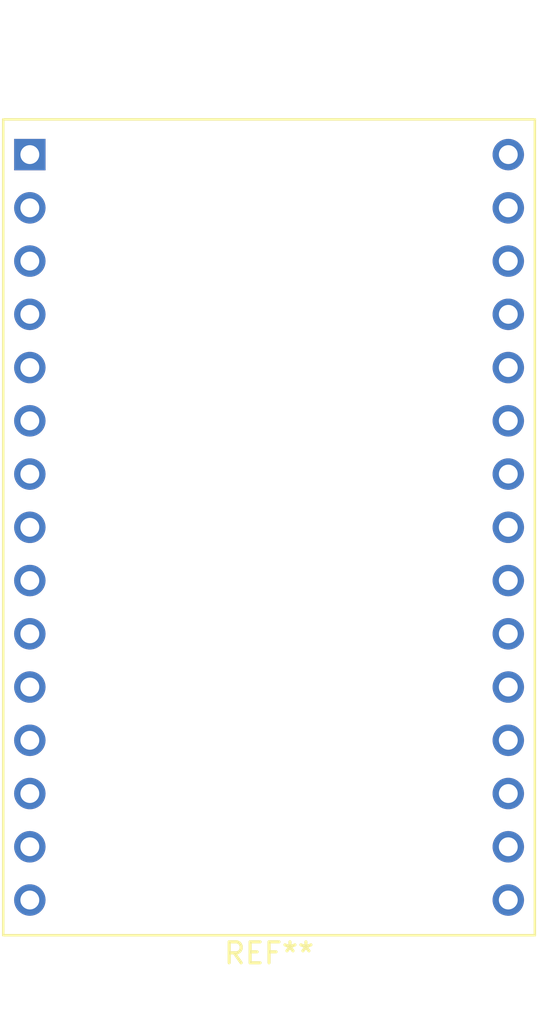
<source format=kicad_pcb>
(kicad_pcb (version 20241229) (generator "pcbnew") (generator_version "9.0")
  (layers (0 "F.Cu" signal) (2 "B.Cu" signal) (13 "F.Paste" user) (15 "B.Paste" user) (5 "F.SilkS" user "F.Silkscreen") (7 "B.SilkS" user "B.Silkscreen") (1 "F.Mask" user) (3 "B.Mask" user) (25 "Edge.Cuts" user))
  (net 0 "")
  (footprint "RF_Module:ESP32-C3-DevKitM-1" (layer "F.Cu") (at 89.5 40.5)
    (property "Reference" "REF**" (at 11.43 38.1 0) (layer "F.SilkS"))
    (property "Value" "ESP32-C3-DevKitM-1")
    (fp_line (start -1.27 -1.68) (end 24.13 -1.68) (stroke (width 0.12)) (layer "F.SilkS"))
    (fp_line (start -1.27 37.24) (end -1.27 -1.68) (stroke (width 0.12)) (layer "F.SilkS"))
    (fp_line (start 24.13 -1.68) (end 24.13 37.24) (stroke (width 0.12)) (layer "F.SilkS"))
    (fp_line (start 24.13 37.24) (end -1.27 37.24) (stroke (width 0.12)) (layer "F.SilkS"))
    (pad "1" thru_hole rect (at 0 0) (size 1.5 1.5) (drill 0.9) (layers "*.Cu" "*.Mask"))
    (pad "2" thru_hole circle (at 0 2.54) (size 1.5 1.5) (drill 0.9) (layers "*.Cu" "*.Mask"))
    (pad "3" thru_hole circle (at 0 5.08) (size 1.5 1.5) (drill 0.9) (layers "*.Cu" "*.Mask"))
    (pad "4" thru_hole circle (at 0 7.62) (size 1.5 1.5) (drill 0.9) (layers "*.Cu" "*.Mask"))
    (pad "5" thru_hole circle (at 0 10.16) (size 1.5 1.5) (drill 0.9) (layers "*.Cu" "*.Mask"))
    (pad "6" thru_hole circle (at 0 12.7) (size 1.5 1.5) (drill 0.9) (layers "*.Cu" "*.Mask"))
    (pad "7" thru_hole circle (at 0 15.24) (size 1.5 1.5) (drill 0.9) (layers "*.Cu" "*.Mask"))
    (pad "8" thru_hole circle (at 0 17.78) (size 1.5 1.5) (drill 0.9) (layers "*.Cu" "*.Mask"))
    (pad "9" thru_hole circle (at 0 20.32) (size 1.5 1.5) (drill 0.9) (layers "*.Cu" "*.Mask"))
    (pad "10" thru_hole circle (at 0 22.86) (size 1.5 1.5) (drill 0.9) (layers "*.Cu" "*.Mask"))
    (pad "11" thru_hole circle (at 0 25.4) (size 1.5 1.5) (drill 0.9) (layers "*.Cu" "*.Mask"))
    (pad "12" thru_hole circle (at 0 27.94) (size 1.5 1.5) (drill 0.9) (layers "*.Cu" "*.Mask"))
    (pad "13" thru_hole circle (at 0 30.48) (size 1.5 1.5) (drill 0.9) (layers "*.Cu" "*.Mask"))
    (pad "14" thru_hole circle (at 0 33.02) (size 1.5 1.5) (drill 0.9) (layers "*.Cu" "*.Mask"))
    (pad "15" thru_hole circle (at 0 35.56) (size 1.5 1.5) (drill 0.9) (layers "*.Cu" "*.Mask"))
    (pad "16" thru_hole circle (at 22.86 35.56) (size 1.5 1.5) (drill 0.9) (layers "*.Cu" "*.Mask"))
    (pad "17" thru_hole circle (at 22.86 33.02) (size 1.5 1.5) (drill 0.9) (layers "*.Cu" "*.Mask"))
    (pad "18" thru_hole circle (at 22.86 30.48) (size 1.5 1.5) (drill 0.9) (layers "*.Cu" "*.Mask"))
    (pad "19" thru_hole circle (at 22.86 27.94) (size 1.5 1.5) (drill 0.9) (layers "*.Cu" "*.Mask"))
    (pad "20" thru_hole circle (at 22.86 25.4) (size 1.5 1.5) (drill 0.9) (layers "*.Cu" "*.Mask"))
    (pad "21" thru_hole circle (at 22.86 22.86) (size 1.5 1.5) (drill 0.9) (layers "*.Cu" "*.Mask"))
    (pad "22" thru_hole circle (at 22.86 20.32) (size 1.5 1.5) (drill 0.9) (layers "*.Cu" "*.Mask"))
    (pad "23" thru_hole circle (at 22.86 17.78) (size 1.5 1.5) (drill 0.9) (layers "*.Cu" "*.Mask"))
    (pad "24" thru_hole circle (at 22.86 15.24) (size 1.5 1.5) (drill 0.9) (layers "*.Cu" "*.Mask"))
    (pad "25" thru_hole circle (at 22.86 12.7) (size 1.5 1.5) (drill 0.9) (layers "*.Cu" "*.Mask"))
    (pad "26" thru_hole circle (at 22.86 10.16) (size 1.5 1.5) (drill 0.9) (layers "*.Cu" "*.Mask"))
    (pad "27" thru_hole circle (at 22.86 7.62) (size 1.5 1.5) (drill 0.9) (layers "*.Cu" "*.Mask"))
    (pad "28" thru_hole circle (at 22.86 5.08) (size 1.5 1.5) (drill 0.9) (layers "*.Cu" "*.Mask"))
    (pad "29" thru_hole circle (at 22.86 2.54) (size 1.5 1.5) (drill 0.9) (layers "*.Cu" "*.Mask"))
    (pad "30" thru_hole circle (at 22.86 0) (size 1.5 1.5) (drill 0.9) (layers "*.Cu" "*.Mask"))
  )
)
</source>
